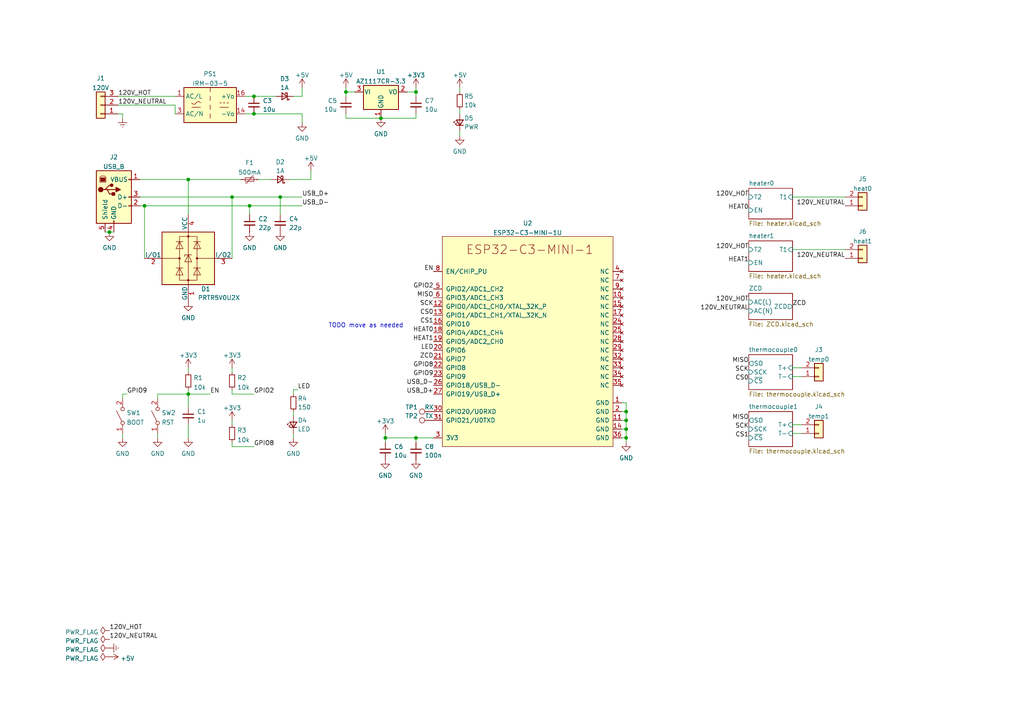
<source format=kicad_sch>
(kicad_sch (version 20211123) (generator eeschema)
  (paper "A4")
  (lib_symbols
    (symbol "Connector:TestPoint" (pin_numbers hide) (pin_names (offset 0.762) hide)
      (property "Reference" "TP" (at 0 6.858 0))
      (property "Value" "TestPoint" (at 0 5.08 0))
      (symbol "TestPoint_0_1"
        (circle (center 0 3.302) (radius 0.762))
      )
      (symbol "TestPoint_1_1"
        (pin passive line (at 0 0 90) (length 2.54) (name "1") (number "1"))
      )
    )
    (symbol "Connector:USB_B" (pin_names (offset 1.016))
      (property "Reference" "J" (at -5.08 11.43 0))
      (property "Value" "USB_B" (at -5.08 8.89 0))
      (symbol "USB_B_0_1"
        (rectangle (start -5.08 -7.62) (end 5.08 7.62) (stroke (width 0.254)) (fill (type background)))
        (circle (center -3.81 2.159) (radius 0.635) (stroke (width 0.254)) (fill (type outline)))
        (rectangle (start -3.81 5.588) (end -2.54 4.572) (fill (type outline)))
        (circle (center -0.635 3.429) (radius 0.381) (stroke (width 0.254)) (fill (type outline)))
        (rectangle (start -0.127 -7.62) (end 0.127 -6.858))
        (polyline (pts (xy -1.905 2.159) (xy 0.635 2.159)) (stroke (width 0.254)))
        (polyline (pts (xy -3.175 2.159) (xy -2.54 2.159) (xy -1.27 3.429) (xy -0.635 3.429)) (stroke (width 0.254)))
        (polyline (pts (xy -2.54 2.159) (xy -1.905 2.159) (xy -1.27 0.889) (xy 0 0.889)) (stroke (width 0.254)))
        (polyline (pts (xy 0.635 2.794) (xy 0.635 1.524) (xy 1.905 2.159) (xy 0.635 2.794)) (stroke (width 0.254)) (fill (type outline)))
        (polyline (pts (xy -4.064 4.318) (xy -2.286 4.318) (xy -2.286 5.715) (xy -2.667 6.096) (xy -3.683 6.096) (xy -4.064 5.715) (xy -4.064 4.318)))
        (rectangle (start 0.254 1.27) (end -0.508 0.508) (stroke (width 0.254)) (fill (type outline)))
        (rectangle (start 5.08 -2.667) (end 4.318 -2.413))
        (rectangle (start 5.08 -0.127) (end 4.318 0.127))
        (rectangle (start 5.08 4.953) (end 4.318 5.207))
      )
      (symbol "USB_B_1_1"
        (pin power_out line (at 7.62 5.08 180) (length 2.54) (name "VBUS") (number "1"))
        (pin bidirectional line (at 7.62 -2.54 180) (length 2.54) (name "D-") (number "2"))
        (pin bidirectional line (at 7.62 0 180) (length 2.54) (name "D+") (number "3"))
        (pin power_out line (at 0 -10.16 90) (length 2.54) (name "GND") (number "4"))
        (pin passive line (at -2.54 -10.16 90) (length 2.54) (name "Shield") (number "5"))
      )
    )
    (symbol "Connector_Generic:Conn_01x02" (pin_names (offset 1.016) hide)
      (property "Reference" "J" (at 0 2.54 0))
      (property "Value" "Conn_01x02" (at 0 -5.08 0))
      (symbol "Conn_01x02_1_1"
        (rectangle (start -1.27 -2.413) (end 0 -2.667) (stroke (width 0.1524)))
        (rectangle (start -1.27 0.127) (end 0 -0.127) (stroke (width 0.1524)))
        (rectangle (start -1.27 1.27) (end 1.27 -3.81) (stroke (width 0.254)) (fill (type background)))
        (pin passive line (at -5.08 0 0) (length 3.81) (name "Pin_1") (number "1"))
        (pin passive line (at -5.08 -2.54 0) (length 3.81) (name "Pin_2") (number "2"))
      )
    )
    (symbol "Connector_Generic:Conn_01x03" (pin_names (offset 1.016) hide)
      (property "Reference" "J" (at 0 5.08 0))
      (property "Value" "Conn_01x03" (at 0 -5.08 0))
      (symbol "Conn_01x03_1_1"
        (rectangle (start -1.27 -2.413) (end 0 -2.667) (stroke (width 0.1524)))
        (rectangle (start -1.27 0.127) (end 0 -0.127) (stroke (width 0.1524)))
        (rectangle (start -1.27 2.667) (end 0 2.413) (stroke (width 0.1524)))
        (rectangle (start -1.27 3.81) (end 1.27 -3.81) (stroke (width 0.254)) (fill (type background)))
        (pin passive line (at -5.08 2.54 0) (length 3.81) (name "Pin_1") (number "1"))
        (pin passive line (at -5.08 0 0) (length 3.81) (name "Pin_2") (number "2"))
        (pin passive line (at -5.08 -2.54 0) (length 3.81) (name "Pin_3") (number "3"))
      )
    )
    (symbol "Converter_ACDC:IRM-03-5"
      (property "Reference" "PS" (at 0 6.35 0))
      (property "Value" "IRM-03-5" (at 0 -6.35 0))
      (symbol "IRM-03-5_0_1"
        (rectangle (start -7.62 5.08) (end 7.62 -5.08) (stroke (width 0.254)) (fill (type background)))
        (arc (start -5.334 0.635) (mid -4.699 0.2495) (end -4.064 0.635))
        (arc (start -2.794 0.635) (mid -3.429 1.0072) (end -4.064 0.635))
        (polyline (pts (xy -5.334 -0.635) (xy -2.794 -0.635)))
        (polyline (pts (xy 0 -2.54) (xy 0 -3.81)))
        (polyline (pts (xy 0 0) (xy 0 -1.27)))
        (polyline (pts (xy 0 2.54) (xy 0 1.27)))
        (polyline (pts (xy 0 5.08) (xy 0 3.81)))
        (polyline (pts (xy 2.794 -0.635) (xy 5.334 -0.635)))
        (polyline (pts (xy 2.794 0.635) (xy 3.302 0.635)))
        (polyline (pts (xy 3.81 0.635) (xy 4.318 0.635)))
        (polyline (pts (xy 4.826 0.635) (xy 5.334 0.635)))
      )
      (symbol "IRM-03-5_1_1"
        (pin power_in line (at -10.16 2.54 0) (length 2.54) (name "AC/L") (number "1"))
        (pin power_out line (at 10.16 -2.54 180) (length 2.54) (name "-Vo") (number "14"))
        (pin power_out line (at 10.16 2.54 180) (length 2.54) (name "+Vo") (number "16"))
        (pin power_in line (at -10.16 -2.54 0) (length 2.54) (name "AC/N") (number "3"))
        (pin no_connect line (at -7.62 0 0) (length 2.54) hide (name "NC") (number "5"))
      )
    )
    (symbol "Device:C_Small" (pin_numbers hide) (pin_names (offset 0.254) hide)
      (property "Reference" "C" (at 0.254 1.778 0))
      (property "Value" "C_Small" (at 0.254 -2.032 0))
      (symbol "C_Small_0_1"
        (polyline (pts (xy -1.524 -0.508) (xy 1.524 -0.508)) (stroke (width 0.3302)))
        (polyline (pts (xy -1.524 0.508) (xy 1.524 0.508)) (stroke (width 0.3048)))
      )
      (symbol "C_Small_1_1"
        (pin passive line (at 0 2.54 270) (length 2.032) (name "~") (number "1"))
        (pin passive line (at 0 -2.54 90) (length 2.032) (name "~") (number "2"))
      )
    )
    (symbol "Device:D_Schottky_Small" (pin_numbers hide) (pin_names (offset 0.254) hide)
      (property "Reference" "D" (at -1.27 2.032 0))
      (property "Value" "D_Schottky_Small" (at -7.112 -2.032 0))
      (symbol "D_Schottky_Small_0_1"
        (polyline (pts (xy -0.762 0) (xy 0.762 0)))
        (polyline (pts (xy 0.762 -1.016) (xy -0.762 0) (xy 0.762 1.016) (xy 0.762 -1.016)) (stroke (width 0.254)))
        (polyline (pts (xy -1.27 0.762) (xy -1.27 1.016) (xy -0.762 1.016) (xy -0.762 -1.016) (xy -0.254 -1.016) (xy -0.254 -0.762)) (stroke (width 0.254)))
      )
      (symbol "D_Schottky_Small_1_1"
        (pin passive line (at -2.54 0 0) (length 1.778) (name "K") (number "1"))
        (pin passive line (at 2.54 0 180) (length 1.778) (name "A") (number "2"))
      )
    )
    (symbol "Device:LED_Small" (pin_numbers hide) (pin_names (offset 0.254) hide)
      (property "Reference" "D" (at -1.27 3.175 0))
      (property "Value" "LED_Small" (at -4.445 -2.54 0))
      (symbol "LED_Small_0_1"
        (polyline (pts (xy -0.762 -1.016) (xy -0.762 1.016)) (stroke (width 0.254)))
        (polyline (pts (xy 1.016 0) (xy -0.762 0)))
        (polyline (pts (xy 0.762 -1.016) (xy -0.762 0) (xy 0.762 1.016) (xy 0.762 -1.016)) (stroke (width 0.254)))
        (polyline (pts (xy 0 0.762) (xy -0.508 1.27) (xy -0.254 1.27) (xy -0.508 1.27) (xy -0.508 1.016)))
        (polyline (pts (xy 0.508 1.27) (xy 0 1.778) (xy 0.254 1.778) (xy 0 1.778) (xy 0 1.524)))
      )
      (symbol "LED_Small_1_1"
        (pin passive line (at -2.54 0 0) (length 1.778) (name "K") (number "1"))
        (pin passive line (at 2.54 0 180) (length 1.778) (name "A") (number "2"))
      )
    )
    (symbol "Device:Polyfuse_Small" (pin_numbers hide) (pin_names (offset 0))
      (property "Reference" "F" (at -1.905 0 90))
      (property "Value" "Polyfuse_Small" (at 1.905 0 90))
      (symbol "Polyfuse_Small_0_1"
        (rectangle (start -0.508 1.27) (end 0.508 -1.27))
        (polyline (pts (xy 0 2.54) (xy 0 -2.54)))
        (polyline (pts (xy -1.016 1.27) (xy -1.016 0.762) (xy 1.016 -0.762) (xy 1.016 -1.27)))
      )
      (symbol "Polyfuse_Small_1_1"
        (pin passive line (at 0 2.54 270) (length 0.635) (name "~") (number "1"))
        (pin passive line (at 0 -2.54 90) (length 0.635) (name "~") (number "2"))
      )
    )
    (symbol "Device:R_Small" (pin_numbers hide) (pin_names (offset 0.254) hide)
      (property "Reference" "R" (at 0.762 0.508 0))
      (property "Value" "R_Small" (at 0.762 -1.016 0))
      (symbol "R_Small_0_1"
        (rectangle (start -0.762 1.778) (end 0.762 -1.778) (stroke (width 0.2032)))
      )
      (symbol "R_Small_1_1"
        (pin passive line (at 0 2.54 270) (length 0.762) (name "~") (number "1"))
        (pin passive line (at 0 -2.54 90) (length 0.762) (name "~") (number "2"))
      )
    )
    (symbol "Espressif:ESP32-C3-MINI-1" (pin_names (offset 1.016))
      (property "Reference" "U" (at 0 33.02 0))
      (property "Value" "ESP32-C3-MINI-1" (at 0 -30.48 0))
      (symbol "ESP32-C3-MINI-1_0_0"
        (text "ESP32-C3-MINI-1" (at 1.27 27.94 0) (effects (font (size 2.54 2.54))))
      )
      (symbol "ESP32-C3-MINI-1_0_1"
        (rectangle (start -24.13 31.75) (end 25.4 -29.21) (fill (type background)))
      )
      (symbol "ESP32-C3-MINI-1_1_1"
        (pin power_in line (at 27.94 -16.51 180) (length 2.54) (name "GND") (number "1"))
        (pin no_connect line (at 27.94 13.97 180) (length 2.54) (name "NC") (number "10"))
        (pin power_in line (at 27.94 -21.59 180) (length 2.54) (name "GND") (number "11"))
        (pin bidirectional line (at -26.67 11.43 0) (length 2.54) (name "GPIO0/ADC1_CH0/XTAL_32K_P") (number "12"))
        (pin bidirectional line (at -26.67 8.89 0) (length 2.54) (name "GPIO1/ADC1_CH1/XTAL_32K_N") (number "13"))
        (pin power_in line (at 27.94 -24.13 180) (length 2.54) (name "GND") (number "14"))
        (pin no_connect line (at 27.94 11.43 180) (length 2.54) (name "NC") (number "15"))
        (pin bidirectional line (at -26.67 6.35 0) (length 2.54) (name "GPIO10") (number "16"))
        (pin no_connect line (at 27.94 8.89 180) (length 2.54) (name "NC") (number "17"))
        (pin bidirectional line (at -26.67 3.81 0) (length 2.54) (name "GPIO4/ADC1_CH4") (number "18"))
        (pin bidirectional line (at -26.67 1.27 0) (length 2.54) (name "GPIO5/ADC2_CH0") (number "19"))
        (pin power_in line (at 27.94 -19.05 180) (length 2.54) (name "GND") (number "2"))
        (pin bidirectional line (at -26.67 -1.27 0) (length 2.54) (name "GPIO6") (number "20"))
        (pin bidirectional line (at -26.67 -3.81 0) (length 2.54) (name "GPIO7") (number "21"))
        (pin bidirectional line (at -26.67 -6.35 0) (length 2.54) (name "GPIO8") (number "22"))
        (pin bidirectional line (at -26.67 -8.89 0) (length 2.54) (name "GPIO9") (number "23"))
        (pin no_connect line (at 27.94 6.35 180) (length 2.54) (name "NC") (number "24"))
        (pin no_connect line (at 27.94 3.81 180) (length 2.54) (name "NC") (number "25"))
        (pin bidirectional line (at -26.67 -11.43 0) (length 2.54) (name "GPIO18/USB_D-") (number "26"))
        (pin bidirectional line (at -26.67 -13.97 0) (length 2.54) (name "GPIO19/USB_D+") (number "27"))
        (pin no_connect line (at 27.94 1.27 180) (length 2.54) (name "NC") (number "28"))
        (pin no_connect line (at 27.94 -1.27 180) (length 2.54) (name "NC") (number "29"))
        (pin power_in line (at -26.67 -26.67 0) (length 2.54) (name "3V3") (number "3"))
        (pin bidirectional line (at -26.67 -19.05 0) (length 2.54) (name "GPIO20/U0RXD") (number "30"))
        (pin bidirectional line (at -26.67 -21.59 0) (length 2.54) (name "GPIO21/U0TXD") (number "31"))
        (pin no_connect line (at 27.94 -3.81 180) (length 2.54) (name "NC") (number "32"))
        (pin no_connect line (at 27.94 -6.35 180) (length 2.54) (name "NC") (number "33"))
        (pin no_connect line (at 27.94 -8.89 180) (length 2.54) (name "NC") (number "34"))
        (pin no_connect line (at 27.94 -11.43 180) (length 2.54) (name "NC") (number "35"))
        (pin power_in line (at 27.94 -26.67 180) (length 2.54) (name "GND") (number "36"))
        (pin no_connect line (at 27.94 21.59 180) (length 2.54) (name "NC") (number "4"))
        (pin bidirectional line (at -26.67 16.51 0) (length 2.54) (name "GPIO2/ADC1_CH2") (number "5"))
        (pin bidirectional line (at -26.67 13.97 0) (length 2.54) (name "GPIO3/ADC1_CH3") (number "6"))
        (pin no_connect line (at 27.94 19.05 180) (length 2.54) (name "NC") (number "7"))
        (pin input line (at -26.67 21.59 0) (length 2.54) (name "EN/CHIP_PU") (number "8"))
        (pin no_connect line (at 27.94 16.51 180) (length 2.54) (name "NC") (number "9"))
      )
    )
    (symbol "Power_Protection:PRTR5V0U2X" (pin_names (offset 0))
      (property "Reference" "D" (at 2.794 8.636 0))
      (property "Value" "PRTR5V0U2X" (at 8.128 -9.398 0))
      (symbol "PRTR5V0U2X_0_1"
        (rectangle (start -7.62 -7.62) (end 7.62 7.62) (stroke (width 0.254)) (fill (type background)))
        (circle (center -2.54 0) (radius 0.254) (fill (type outline)))
        (rectangle (start -2.54 6.35) (end 2.54 -6.35))
        (circle (center 0 -6.35) (radius 0.254) (fill (type outline)))
        (polyline (pts (xy -2.54 0) (xy -7.62 0)))
        (polyline (pts (xy -1.524 -2.794) (xy -3.556 -2.794)))
        (polyline (pts (xy -1.524 4.826) (xy -3.556 4.826)))
        (polyline (pts (xy 0 -7.62) (xy 0 7.62)))
        (polyline (pts (xy 1.524 -2.794) (xy 3.556 -2.794)))
        (polyline (pts (xy 1.524 4.826) (xy 3.556 4.826)))
        (polyline (pts (xy 2.54 0) (xy 7.62 0)))
        (polyline (pts (xy 1.016 1.016) (xy -1.016 1.016) (xy -1.016 0.508)))
        (polyline (pts (xy -3.556 -4.826) (xy -1.524 -4.826) (xy -2.54 -2.794) (xy -3.556 -4.826)))
        (polyline (pts (xy -3.556 2.794) (xy -1.524 2.794) (xy -2.54 4.826) (xy -3.556 2.794)))
        (polyline (pts (xy -1.016 -1.016) (xy 1.016 -1.016) (xy 0 1.016) (xy -1.016 -1.016)))
        (polyline (pts (xy 3.556 -4.826) (xy 1.524 -4.826) (xy 2.54 -2.794) (xy 3.556 -4.826)))
        (polyline (pts (xy 3.556 2.794) (xy 1.524 2.794) (xy 2.54 4.826) (xy 3.556 2.794)))
        (circle (center 0 6.35) (radius 0.254) (fill (type outline)))
        (circle (center 2.54 0) (radius 0.254) (fill (type outline)))
      )
      (symbol "PRTR5V0U2X_1_1"
        (pin passive line (at 0 -12.7 90) (length 5.08) (name "GND") (number "1"))
        (pin passive line (at -12.7 0 0) (length 5.08) (name "I/O1") (number "2"))
        (pin passive line (at 12.7 0 180) (length 5.08) (name "I/O2") (number "3"))
        (pin passive line (at 0 12.7 270) (length 5.08) (name "VCC") (number "4"))
      )
    )
    (symbol "Regulator_Linear:AZ1117-3.3" (pin_names (offset 0.254))
      (property "Reference" "U" (at -3.81 3.175 0))
      (property "Value" "AZ1117-3.3" (at 0 3.175 0))
      (symbol "AZ1117-3.3_0_1"
        (rectangle (start -5.08 1.905) (end 5.08 -5.08) (stroke (width 0.254)) (fill (type background)))
      )
      (symbol "AZ1117-3.3_1_1"
        (pin power_in line (at 0 -7.62 90) (length 2.54) (name "GND") (number "1"))
        (pin power_out line (at 7.62 0 180) (length 2.54) (name "VO") (number "2"))
        (pin power_in line (at -7.62 0 0) (length 2.54) (name "VI") (number "3"))
      )
    )
    (symbol "Switch:SW_SPST" (pin_names (offset 0) hide)
      (property "Reference" "SW" (at 0 3.175 0))
      (property "Value" "SW_SPST" (at 0 -2.54 0))
      (symbol "SW_SPST_0_0"
        (circle (center -2.032 0) (radius 0.508))
        (polyline (pts (xy -1.524 0.254) (xy 1.524 1.778)))
        (circle (center 2.032 0) (radius 0.508))
      )
      (symbol "SW_SPST_1_1"
        (pin passive line (at -5.08 0 0) (length 2.54) (name "A") (number "1"))
        (pin passive line (at 5.08 0 180) (length 2.54) (name "B") (number "2"))
      )
    )
    (symbol "power:+3V3" (power) (pin_names (offset 0))
      (property "Value" "+3V3" (at 0 3.556 0))
      (symbol "+3V3_0_1"
        (polyline (pts (xy -0.762 1.27) (xy 0 2.54)))
        (polyline (pts (xy 0 0) (xy 0 2.54)))
        (polyline (pts (xy 0 2.54) (xy 0.762 1.27)))
      )
      (symbol "+3V3_1_1"
        (pin power_in line (at 0 0 90) (length 0) hide (name "+3V3") (number "1"))
      )
    )
    (symbol "power:+5V" (power) (pin_names (offset 0))
      (property "Value" "+5V" (at 0 3.556 0))
      (symbol "+5V_0_1"
        (polyline (pts (xy -0.762 1.27) (xy 0 2.54)))
        (polyline (pts (xy 0 0) (xy 0 2.54)))
        (polyline (pts (xy 0 2.54) (xy 0.762 1.27)))
      )
      (symbol "+5V_1_1"
        (pin power_in line (at 0 0 90) (length 0) hide (name "+5V") (number "1"))
      )
    )
    (symbol "power:Earth" (power) (pin_names (offset 0))
      (symbol "Earth_0_1"
        (polyline (pts (xy -0.635 -1.905) (xy 0.635 -1.905)))
        (polyline (pts (xy -0.127 -2.54) (xy 0.127 -2.54)))
        (polyline (pts (xy 0 -1.27) (xy 0 0)))
        (polyline (pts (xy 1.27 -1.27) (xy -1.27 -1.27)))
      )
      (symbol "Earth_1_1"
        (pin power_in line (at 0 0 270) (length 0) hide (name "Earth") (number "1"))
      )
    )
    (symbol "power:GND" (power) (pin_names (offset 0))
      (property "Value" "GND" (at 0 -3.81 0))
      (symbol "GND_0_1"
        (polyline (pts (xy 0 0) (xy 0 -1.27) (xy 1.27 -1.27) (xy 0 -2.54) (xy -1.27 -1.27) (xy 0 -1.27)))
      )
      (symbol "GND_1_1"
        (pin power_in line (at 0 0 270) (length 0) hide (name "GND") (number "1"))
      )
    )
    (symbol "power:PWR_FLAG" (power) (pin_numbers hide) (pin_names (offset 0) hide)
      (property "Value" "PWR_FLAG" (at 0 3.81 0))
      (symbol "PWR_FLAG_0_0"
        (pin power_out line (at 0 0 90) (length 0) (name "pwr") (number "1"))
      )
      (symbol "PWR_FLAG_0_1"
        (polyline (pts (xy 0 0) (xy 0 1.27) (xy -1.016 1.905) (xy 0 2.54) (xy 1.016 1.905) (xy 0 1.27)))
      )
    )
  )
  (junction (at 120.65 26.67))
  (junction (at 181.61 124.46))
  (junction (at 31.75 67.31))
  (junction (at 110.49 34.29))
  (junction (at 111.76 127))
  (junction (at 120.65 127))
  (junction (at 100.33 26.67))
  (junction (at 73.66 33.02))
  (junction (at 41.91 59.69))
  (junction (at 181.61 121.92))
  (junction (at 181.61 127))
  (junction (at 67.31 57.15))
  (junction (at 72.39 59.69))
  (junction (at 81.28 57.15))
  (junction (at 73.66 27.94))
  (junction (at 54.61 114.3))
  (junction (at 181.61 119.38))
  (junction (at 54.61 52.07))
  (wire (pts (xy 54.61 52.07) (xy 54.61 62.23)))
  (wire (pts (xy 35.56 114.3) (xy 36.83 114.3)))
  (wire (pts (xy 232.41 123.19) (xy 229.87 123.19)))
  (wire (pts (xy 181.61 116.84) (xy 181.61 119.38)))
  (wire (pts (xy 34.29 27.94) (xy 50.8 27.94)))
  (wire (pts (xy 87.63 27.94) (xy 87.63 25.4)))
  (wire (pts (xy 120.65 26.67) (xy 120.65 25.4)))
  (wire (pts (xy 181.61 124.46) (xy 181.61 127)))
  (wire (pts (xy 35.56 33.02) (xy 35.56 34.29)))
  (wire (pts (xy 232.41 106.68) (xy 229.87 106.68)))
  (wire (pts (xy 87.63 33.02) (xy 87.63 35.56)))
  (wire (pts (xy 67.31 121.92) (xy 67.31 123.19)))
  (wire (pts (xy 74.93 52.07) (xy 78.74 52.07)))
  (wire (pts (xy 133.35 25.4) (xy 133.35 26.67)))
  (wire (pts (xy 73.66 114.3) (xy 67.31 114.3)))
  (wire (pts (xy 73.66 33.02) (xy 87.63 33.02)))
  (wire (pts (xy 120.65 26.67) (xy 120.65 27.94)))
  (wire (pts (xy 85.09 114.3) (xy 85.09 113.03)))
  (wire (pts (xy 180.34 116.84) (xy 181.61 116.84)))
  (wire (pts (xy 229.87 72.39) (xy 245.11 72.39)))
  (wire (pts (xy 50.8 30.48) (xy 50.8 33.02)))
  (wire (pts (xy 31.75 67.31) (xy 33.02 67.31)))
  (wire (pts (xy 100.33 26.67) (xy 102.87 26.67)))
  (wire (pts (xy 232.41 125.73) (xy 229.87 125.73)))
  (wire (pts (xy 100.33 26.67) (xy 100.33 27.94)))
  (wire (pts (xy 60.96 114.3) (xy 54.61 114.3)))
  (wire (pts (xy 181.61 121.92) (xy 181.61 124.46)))
  (wire (pts (xy 54.61 52.07) (xy 69.85 52.07)))
  (wire (pts (xy 54.61 106.68) (xy 54.61 107.95)))
  (wire (pts (xy 35.56 125.73) (xy 35.56 127)))
  (wire (pts (xy 100.33 34.29) (xy 110.49 34.29)))
  (wire (pts (xy 120.65 127) (xy 111.76 127)))
  (wire (pts (xy 40.64 59.69) (xy 41.91 59.69)))
  (wire (pts (xy 54.61 114.3) (xy 54.61 118.11)))
  (wire (pts (xy 180.34 121.92) (xy 181.61 121.92)))
  (wire (pts (xy 41.91 59.69) (xy 72.39 59.69)))
  (wire (pts (xy 120.65 127) (xy 120.65 128.27)))
  (wire (pts (xy 30.48 67.31) (xy 31.75 67.31)))
  (wire (pts (xy 181.61 119.38) (xy 181.61 121.92)))
  (wire (pts (xy 45.72 125.73) (xy 45.72 127)))
  (wire (pts (xy 45.72 114.3) (xy 54.61 114.3)))
  (wire (pts (xy 40.64 57.15) (xy 67.31 57.15)))
  (wire (pts (xy 181.61 127) (xy 181.61 128.27)))
  (wire (pts (xy 72.39 59.69) (xy 72.39 62.23)))
  (wire (pts (xy 85.09 113.03) (xy 86.36 113.03)))
  (wire (pts (xy 85.09 125.73) (xy 85.09 127)))
  (wire (pts (xy 45.72 115.57) (xy 45.72 114.3)))
  (wire (pts (xy 125.73 127) (xy 120.65 127)))
  (wire (pts (xy 100.33 33.02) (xy 100.33 34.29)))
  (wire (pts (xy 133.35 38.1) (xy 133.35 39.37)))
  (wire (pts (xy 54.61 123.19) (xy 54.61 127)))
  (wire (pts (xy 232.41 109.22) (xy 229.87 109.22)))
  (wire (pts (xy 73.66 129.54) (xy 67.31 129.54)))
  (wire (pts (xy 110.49 34.29) (xy 120.65 34.29)))
  (wire (pts (xy 67.31 57.15) (xy 81.28 57.15)))
  (wire (pts (xy 118.11 26.67) (xy 120.65 26.67)))
  (wire (pts (xy 40.64 52.07) (xy 54.61 52.07)))
  (wire (pts (xy 229.87 57.15) (xy 245.11 57.15)))
  (wire (pts (xy 41.91 59.69) (xy 41.91 74.93)))
  (wire (pts (xy 67.31 106.68) (xy 67.31 107.95)))
  (wire (pts (xy 180.34 119.38) (xy 181.61 119.38)))
  (wire (pts (xy 120.65 34.29) (xy 120.65 33.02)))
  (wire (pts (xy 34.29 30.48) (xy 50.8 30.48)))
  (wire (pts (xy 100.33 25.4) (xy 100.33 26.67)))
  (wire (pts (xy 180.34 127) (xy 181.61 127)))
  (wire (pts (xy 111.76 125.73) (xy 111.76 127)))
  (wire (pts (xy 111.76 127) (xy 111.76 128.27)))
  (wire (pts (xy 35.56 115.57) (xy 35.56 114.3)))
  (wire (pts (xy 67.31 57.15) (xy 67.31 74.93)))
  (wire (pts (xy 81.28 57.15) (xy 87.63 57.15)))
  (wire (pts (xy 67.31 114.3) (xy 67.31 113.03)))
  (wire (pts (xy 54.61 114.3) (xy 54.61 113.03)))
  (wire (pts (xy 83.82 52.07) (xy 90.17 52.07)))
  (wire (pts (xy 81.28 57.15) (xy 81.28 62.23)))
  (wire (pts (xy 73.66 27.94) (xy 80.01 27.94)))
  (wire (pts (xy 72.39 59.69) (xy 87.63 59.69)))
  (wire (pts (xy 34.29 33.02) (xy 35.56 33.02)))
  (wire (pts (xy 180.34 124.46) (xy 181.61 124.46)))
  (wire (pts (xy 133.35 31.75) (xy 133.35 33.02)))
  (wire (pts (xy 71.12 27.94) (xy 73.66 27.94)))
  (wire (pts (xy 85.09 119.38) (xy 85.09 120.65)))
  (wire (pts (xy 71.12 33.02) (xy 73.66 33.02)))
  (wire (pts (xy 85.09 27.94) (xy 87.63 27.94)))
  (wire (pts (xy 67.31 129.54) (xy 67.31 128.27)))
  (wire (pts (xy 90.17 52.07) (xy 90.17 49.53)))
  (text "TODO move as needed" (at 95.25 95.25 0) (effects (font (size 1.27 1.27)) (justify left bottom)))
  (label "120V_HOT" (at 217.17 87.63 180))
  (label "120V_HOT" (at 217.17 57.15 180))
  (label "120V_HOT" (at 217.17 72.39 180))
  (label "EN" (at 60.96 114.3 0))
  (label "USB_D+" (at 87.63 57.15 0))
  (label "GPIO2" (at 125.73 83.82 180))
  (label "120V_NEUTRAL" (at 245.11 74.93 180))
  (label "HEAT1" (at 125.73 99.06 180))
  (label "120V_NEUTRAL" (at 31.75 185.42 0))
  (label "MISO" (at 125.73 86.36 180))
  (label "120V_NEUTRAL" (at 217.17 90.17 180))
  (label "CS0" (at 125.73 91.44 180))
  (label "GPIO2" (at 73.66 114.3 0))
  (label "SCK" (at 217.17 107.95 180))
  (label "MISO" (at 217.17 121.92 180))
  (label "CS0" (at 217.17 110.49 180))
  (label "120V_NEUTRAL" (at 34.29 30.48 0))
  (label "USB_D-" (at 125.73 111.76 180))
  (label "GPIO9" (at 125.73 109.22 180))
  (label "HEAT0" (at 125.73 96.52 180))
  (label "120V_HOT" (at 34.29 27.94 0))
  (label "LED" (at 86.36 113.03 0))
  (label "120V_NEUTRAL" (at 245.11 59.69 180))
  (label "ZCD" (at 125.73 104.14 180))
  (label "LED" (at 125.73 101.6 180))
  (label "GPIO8" (at 73.66 129.54 0))
  (label "EN" (at 125.73 78.74 180))
  (label "CS1" (at 217.17 127 180))
  (label "ZCD" (at 229.87 88.9 0))
  (label "HEAT0" (at 217.17 60.96 180))
  (label "HEAT1" (at 217.17 76.2 180))
  (label "SCK" (at 217.17 124.46 180))
  (label "USB_D-" (at 87.63 59.69 0))
  (label "CS1" (at 125.73 93.98 180))
  (label "120V_HOT" (at 31.75 182.88 0))
  (label "SCK" (at 125.73 88.9 180))
  (label "MISO" (at 217.17 105.41 180))
  (label "USB_D+" (at 125.73 114.3 180))
  (label "GPIO9" (at 36.83 114.3 0))
  (label "GPIO8" (at 125.73 106.68 180))
  (symbol (lib_id "Device:R_Small") (at 133.35 29.21 0) (unit 1)
    (property "Reference" "R5" (at 134.62 27.94 0) (effects (justify left)))
    (property "Value" "10k" (at 134.62 30.48 0) (effects (justify left)))
    (property "Footprint" "Resistor_SMD:R_0603_1608Metric" (effects hide))
  )
  (symbol (lib_id "power:PWR_FLAG") (at 31.75 190.5 90) (unit 1)
    (property "Reference" "#FLG0104" (effects hide))
    (property "Value" "PWR_FLAG" (at 28.5751 190.979 90) (effects (justify left)))
  )
  (symbol (lib_id "power:GND") (at 45.72 127 0) (unit 1)
    (property "Reference" "#PWR04" (effects hide))
    (property "Value" "GND" (at 45.72 131.5625 0))
  )
  (symbol (lib_id "power:GND") (at 81.28 67.31 0) (unit 1)
    (property "Reference" "#PWR011" (effects hide))
    (property "Value" "GND" (at 81.28 71.8725 0))
  )
  (symbol (lib_id "Connector:TestPoint") (at 125.73 119.38 90) (unit 1)
    (property "Reference" "TP1" (at 119.38 118.11 90))
    (property "Value" "RX" (at 124.46 118.11 90))
    (property "Footprint" "TestPoint:TestPoint_Plated_Hole_D2.0mm" (effects hide))
  )
  (symbol (lib_id "power:GND") (at 72.39 67.31 0) (unit 1)
    (property "Reference" "#PWR010" (effects hide))
    (property "Value" "GND" (at 72.39 71.8725 0))
  )
  (symbol (lib_id "Device:C_Small") (at 120.65 130.81 0) (unit 1)
    (property "Reference" "C8" (at 123.19 129.54 0) (effects (justify left)))
    (property "Value" "100n" (at 123.19 132.08 0) (effects (justify left)))
    (property "Footprint" "Capacitor_SMD:C_0603_1608Metric" (effects hide))
  )
  (symbol (lib_id "Connector_Generic:Conn_01x02") (at 250.19 74.93 0) (mirror x) (unit 1)
    (property "Reference" "J6" (at 250.19 67.1535 0))
    (property "Value" "heat1" (at 250.19 69.9286 0))
    (property "Footprint" "extraparts:Molex_MicroFit+_RH_1row_2pin" (effects hide))
  )
  (symbol (lib_id "power:+5V") (at 100.33 25.4 0) (unit 1)
    (property "Reference" "#PWR016" (effects hide))
    (property "Value" "+5V" (at 100.33 21.7955 0))
  )
  (symbol (lib_id "power:GND") (at 31.75 67.31 0) (unit 1)
    (property "Reference" "#PWR01" (effects hide))
    (property "Value" "GND" (at 31.75 71.8725 0))
  )
  (symbol (lib_id "power:GND") (at 181.61 128.27 0) (unit 1)
    (property "Reference" "#PWR024" (effects hide))
    (property "Value" "GND" (at 181.61 132.8325 0))
  )
  (symbol (lib_id "Espressif:ESP32-C3-MINI-1") (at 152.4 100.33 0) (unit 1)
    (property "Reference" "U2" (at 153.035 64.7405 0))
    (property "Value" "ESP32-C3-MINI-1U" (at 153.035 67.5156 0))
    (property "Footprint" "Espressif:ESP32-C3-MINI-1U" (effects hide))
    (property "Datasheet" "https://www.espressif.com/sites/default/files/documentation/esp32-c3-mini-1_datasheet_en.pdf" (effects hide))
  )
  (symbol (lib_id "power:GND") (at 110.49 34.29 0) (unit 1)
    (property "Reference" "#PWR017" (effects hide))
    (property "Value" "GND" (at 110.49 38.8525 0))
  )
  (symbol (lib_id "Device:D_Schottky_Small") (at 82.55 27.94 180) (unit 1)
    (property "Reference" "D3" (at 82.55 22.86 0))
    (property "Value" "1A" (at 82.55 25.4 0))
    (property "Footprint" "Diode_SMD:D_SOD-123F" (effects hide))
  )
  (symbol (lib_id "Device:C_Small") (at 100.33 30.48 0) (mirror y) (unit 1)
    (property "Reference" "C5" (at 97.79 29.21 0) (effects (justify left)))
    (property "Value" "10u" (at 97.79 31.75 0) (effects (justify left)))
    (property "Footprint" "Capacitor_SMD:C_0805_2012Metric" (effects hide))
  )
  (symbol (lib_id "power:PWR_FLAG") (at 31.75 182.88 90) (unit 1)
    (property "Reference" "#FLG0101" (effects hide))
    (property "Value" "PWR_FLAG" (at 28.5751 183.359 90) (effects (justify left)))
  )
  (symbol (lib_id "power:+5V") (at 90.17 49.53 0) (unit 1)
    (property "Reference" "#PWR015" (effects hide))
    (property "Value" "+5V" (at 90.17 45.9255 0))
  )
  (symbol (lib_id "Device:C_Small") (at 81.28 64.77 0) (unit 1)
    (property "Reference" "C4" (at 83.82 63.5 0) (effects (justify left)))
    (property "Value" "22p" (at 83.82 66.04 0) (effects (justify left)))
    (property "Footprint" "Capacitor_SMD:C_0603_1608Metric" (effects hide))
  )
  (symbol (lib_id "Device:LED_Small") (at 85.09 123.19 90) (unit 1)
    (property "Reference" "D4" (at 86.36 121.92 90) (effects (justify right)))
    (property "Value" "LED" (at 86.36 124.46 90) (effects (justify right)))
    (property "Footprint" "LED_SMD:LED_0603_1608Metric" (effects hide))
  )
  (symbol (lib_id "Connector_Generic:Conn_01x02") (at 250.19 59.69 0) (mirror x) (unit 1)
    (property "Reference" "J5" (at 250.19 51.9135 0))
    (property "Value" "heat0" (at 250.19 54.6886 0))
    (property "Footprint" "extraparts:Molex_MicroFit+_RH_1row_2pin" (effects hide))
  )
  (symbol (lib_id "power:GND") (at 85.09 127 0) (unit 1)
    (property "Reference" "#PWR012" (effects hide))
    (property "Value" "GND" (at 85.09 131.5625 0))
  )
  (symbol (lib_id "power:Earth") (at 35.56 34.29 0) (unit 1)
    (property "Reference" "#PWR02" (effects hide))
    (property "Value" "Earth" (effects hide))
  )
  (symbol (lib_id "power:GND") (at 54.61 127 0) (unit 1)
    (property "Reference" "#PWR07" (effects hide))
    (property "Value" "GND" (at 54.61 131.5625 0))
  )
  (symbol (lib_id "power:GND") (at 111.76 133.35 0) (unit 1)
    (property "Reference" "#PWR019" (effects hide))
    (property "Value" "GND" (at 111.76 137.9125 0))
  )
  (symbol (lib_id "Converter_ACDC:IRM-03-5") (at 60.96 30.48 0) (unit 1)
    (property "Reference" "PS1" (at 60.96 21.4335 0))
    (property "Value" "IRM-03-5" (at 60.96 24.2086 0))
    (property "Footprint" "Converter_ACDC:Converter_ACDC_MeanWell_IRM-03-xx_THT" (effects hide))
    (property "Datasheet" "https://www.meanwell.com/Upload/PDF/IRM-03/IRM-03-SPEC.PDF" (effects hide))
  )
  (symbol (lib_id "Power_Protection:PRTR5V0U2X") (at 54.61 74.93 0) (unit 1)
    (property "Reference" "D1" (at 59.69 83.82 0))
    (property "Value" "PRTR5V0U2X" (at 63.5 86.36 0))
    (property "Footprint" "Package_TO_SOT_SMD:SOT-143" (effects hide))
    (property "Datasheet" "https://assets.nexperia.com/documents/data-sheet/PRTR5V0U2X.pdf" (effects hide))
  )
  (symbol (lib_id "power:GND") (at 35.56 127 0) (unit 1)
    (property "Reference" "#PWR03" (effects hide))
    (property "Value" "GND" (at 35.56 131.5625 0))
  )
  (symbol (lib_id "Device:C_Small") (at 54.61 120.65 0) (unit 1)
    (property "Reference" "C1" (at 57.15 119.38 0) (effects (justify left)))
    (property "Value" "1u" (at 57.15 121.92 0) (effects (justify left)))
    (property "Footprint" "Capacitor_SMD:C_0603_1608Metric" (effects hide))
  )
  (symbol (lib_id "Device:R_Small") (at 85.09 116.84 0) (unit 1)
    (property "Reference" "R4" (at 86.36 115.57 0) (effects (justify left)))
    (property "Value" "150" (at 86.36 118.11 0) (effects (justify left)))
    (property "Footprint" "Resistor_SMD:R_0603_1608Metric" (effects hide))
  )
  (symbol (lib_id "power:+5V") (at 87.63 25.4 0) (unit 1)
    (property "Reference" "#PWR013" (effects hide))
    (property "Value" "+5V" (at 87.63 21.7955 0))
  )
  (symbol (lib_id "Device:C_Small") (at 120.65 30.48 0) (unit 1)
    (property "Reference" "C7" (at 123.19 29.21 0) (effects (justify left)))
    (property "Value" "10u" (at 123.19 31.75 0) (effects (justify left)))
    (property "Footprint" "Capacitor_SMD:C_0805_2012Metric" (effects hide))
  )
  (symbol (lib_id "Connector_Generic:Conn_01x03") (at 29.21 30.48 180) (unit 1)
    (property "Reference" "J1" (at 29.21 22.7035 0))
    (property "Value" "120V" (at 29.21 25.4786 0))
    (property "Footprint" "extraparts:Molex_MicroFit+_RH_1row_3pin" (effects hide))
  )
  (symbol (lib_id "power:+3V3") (at 67.31 106.68 0) (unit 1)
    (property "Reference" "#PWR08" (effects hide))
    (property "Value" "+3V3" (at 67.31 103.0755 0))
  )
  (symbol (lib_id "power:PWR_FLAG") (at 31.75 185.42 90) (unit 1)
    (property "Reference" "#FLG0102" (effects hide))
    (property "Value" "PWR_FLAG" (at 28.5751 185.899 90) (effects (justify left)))
  )
  (symbol (lib_id "power:GND") (at 54.61 87.63 0) (unit 1)
    (property "Reference" "#PWR05" (effects hide))
    (property "Value" "GND" (at 54.61 92.1925 0))
  )
  (symbol (lib_id "Device:C_Small") (at 111.76 130.81 0) (unit 1)
    (property "Reference" "C6" (at 114.3 129.54 0) (effects (justify left)))
    (property "Value" "10u" (at 114.3 132.08 0) (effects (justify left)))
    (property "Footprint" "Capacitor_SMD:C_0805_2012Metric" (effects hide))
  )
  (symbol (lib_id "power:+5V") (at 133.35 25.4 0) (unit 1)
    (property "Reference" "#PWR022" (effects hide))
    (property "Value" "+5V" (at 133.35 21.7955 0))
  )
  (symbol (lib_id "Device:LED_Small") (at 133.35 35.56 90) (unit 1)
    (property "Reference" "D5" (at 134.62 34.29 90) (effects (justify right)))
    (property "Value" "PWR" (at 134.62 36.83 90) (effects (justify right)))
    (property "Footprint" "LED_SMD:LED_0603_1608Metric" (effects hide))
  )
  (symbol (lib_id "power:+3V3") (at 120.65 25.4 0) (unit 1)
    (property "Reference" "#PWR020" (effects hide))
    (property "Value" "+3V3" (at 120.65 21.7955 0))
  )
  (symbol (lib_id "power:+5V") (at 31.75 190.5 270) (unit 1)
    (property "Reference" "#PWR0102" (effects hide))
    (property "Value" "+5V" (at 34.925 190.979 90) (effects (justify left)))
  )
  (symbol (lib_id "power:GND") (at 133.35 39.37 0) (unit 1)
    (property "Reference" "#PWR023" (effects hide))
    (property "Value" "GND" (at 133.35 43.9325 0))
  )
  (symbol (lib_id "power:Earth") (at 31.75 187.96 90) (unit 1)
    (property "Reference" "#PWR0103" (effects hide))
    (property "Value" "Earth" (effects hide))
  )
  (symbol (lib_id "Switch:SW_SPST") (at 35.56 120.65 90) (unit 1)
    (property "Reference" "SW1" (at 36.703 119.7415 90) (effects (justify right)))
    (property "Value" "BOOT" (at 36.703 122.5166 90) (effects (justify right)))
    (property "Footprint" "Button_Switch_SMD:SW_SPST_PTS810" (effects hide))
  )
  (symbol (lib_id "power:PWR_FLAG") (at 31.75 187.96 90) (unit 1)
    (property "Reference" "#FLG0103" (effects hide))
    (property "Value" "PWR_FLAG" (at 28.5751 188.439 90) (effects (justify left)))
  )
  (symbol (lib_id "power:GND") (at 87.63 35.56 0) (unit 1)
    (property "Reference" "#PWR014" (effects hide))
    (property "Value" "GND" (at 87.63 40.1225 0))
  )
  (symbol (lib_id "Connector_Generic:Conn_01x02") (at 237.49 109.22 0) (mirror x) (unit 1)
    (property "Reference" "J3" (at 237.49 101.4435 0))
    (property "Value" "temp0" (at 237.49 104.2186 0))
    (property "Footprint" "extraparts:Molex_DuraClik_RH_2pin" (effects hide))
  )
  (symbol (lib_id "Regulator_Linear:AZ1117-3.3") (at 110.49 26.67 0) (unit 1)
    (property "Reference" "U1" (at 110.49 20.7985 0))
    (property "Value" "AZ1117CR-3.3" (at 110.49 23.5736 0))
    (property "Footprint" "Package_TO_SOT_SMD:SOT-89-3" (effects hide))
    (property "Datasheet" "https://www.diodes.com/assets/Datasheets/AZ1117.pdf" (effects hide))
  )
  (symbol (lib_id "power:+3V3") (at 54.61 106.68 0) (unit 1)
    (property "Reference" "#PWR06" (effects hide))
    (property "Value" "+3V3" (at 54.61 103.0755 0))
  )
  (symbol (lib_id "power:+3V3") (at 67.31 121.92 0) (unit 1)
    (property "Reference" "#PWR09" (effects hide))
    (property "Value" "+3V3" (at 67.31 118.3155 0))
  )
  (symbol (lib_id "power:GND") (at 120.65 133.35 0) (unit 1)
    (property "Reference" "#PWR021" (effects hide))
    (property "Value" "GND" (at 120.65 137.9125 0))
  )
  (symbol (lib_id "Switch:SW_SPST") (at 45.72 120.65 90) (unit 1)
    (property "Reference" "SW2" (at 46.863 119.7415 90) (effects (justify right)))
    (property "Value" "RST" (at 46.863 122.5166 90) (effects (justify right)))
    (property "Footprint" "Button_Switch_SMD:SW_SPST_PTS810" (effects hide))
  )
  (symbol (lib_id "Device:C_Small") (at 72.39 64.77 0) (unit 1)
    (property "Reference" "C2" (at 74.93 63.5 0) (effects (justify left)))
    (property "Value" "22p" (at 74.93 66.04 0) (effects (justify left)))
    (property "Footprint" "Capacitor_SMD:C_0603_1608Metric" (effects hide))
  )
  (symbol (lib_id "Connector_Generic:Conn_01x02") (at 237.49 125.73 0) (mirror x) (unit 1)
    (property "Reference" "J4" (at 237.49 117.9535 0))
    (property "Value" "temp1" (at 237.49 120.7286 0))
    (property "Footprint" "extraparts:Molex_DuraClik_RH_2pin" (effects hide))
  )
  (symbol (lib_id "Device:D_Schottky_Small") (at 81.28 52.07 180) (unit 1)
    (property "Reference" "D2" (at 81.28 46.99 0))
    (property "Value" "1A" (at 81.28 49.53 0))
    (property "Footprint" "Diode_SMD:D_SOD-123F" (effects hide))
  )
  (symbol (lib_id "Device:R_Small") (at 54.61 110.49 0) (unit 1)
    (property "Reference" "R1" (at 56.1086 109.5815 0) (effects (justify left)))
    (property "Value" "10k" (at 56.1086 112.3566 0) (effects (justify left)))
    (property "Footprint" "Resistor_SMD:R_0603_1608Metric" (effects hide))
  )
  (symbol (lib_id "Connector:USB_B") (at 33.02 57.15 0) (unit 1)
    (property "Reference" "J2" (at 33.02 45.5635 0))
    (property "Value" "USB_B" (at 33.02 48.3386 0))
    (property "Footprint" "Connector_USB:USB_B_TE_5787834_Vertical" (effects hide))
    (property "Datasheet" " ~" (effects hide))
  )
  (symbol (lib_id "Device:R_Small") (at 67.31 125.73 0) (unit 1)
    (property "Reference" "R3" (at 68.8086 124.8215 0) (effects (justify left)))
    (property "Value" "10k" (at 68.8086 127.5966 0) (effects (justify left)))
    (property "Footprint" "Resistor_SMD:R_0603_1608Metric" (effects hide))
  )
  (symbol (lib_id "power:+3V3") (at 111.76 125.73 0) (unit 1)
    (property "Reference" "#PWR018" (effects hide))
    (property "Value" "+3V3" (at 111.76 122.1255 0))
  )
  (symbol (lib_id "Connector:TestPoint") (at 125.73 121.92 90) (unit 1)
    (property "Reference" "TP2" (at 119.38 120.65 90))
    (property "Value" "TX" (at 124.46 120.65 90))
    (property "Footprint" "TestPoint:TestPoint_Plated_Hole_D2.0mm" (effects hide))
  )
  (symbol (lib_id "Device:Polyfuse_Small") (at 72.39 52.07 90) (unit 1)
    (property "Reference" "F1" (at 72.39 47.2145 90))
    (property "Value" "500mA" (at 72.39 49.9896 90))
    (property "Footprint" "Fuse:Fuse_1206_3216Metric" (effects hide))
  )
  (symbol (lib_id "Device:R_Small") (at 67.31 110.49 0) (unit 1)
    (property "Reference" "R2" (at 68.8086 109.5815 0) (effects (justify left)))
    (property "Value" "10k" (at 68.8086 112.3566 0) (effects (justify left)))
    (property "Footprint" "Resistor_SMD:R_0603_1608Metric" (effects hide))
  )
  (symbol (lib_id "Device:C_Small") (at 73.66 30.48 0) (unit 1)
    (property "Reference" "C3" (at 76.2 29.21 0) (effects (justify left)))
    (property "Value" "10u" (at 76.2 31.75 0) (effects (justify left)))
    (property "Footprint" "Capacitor_SMD:C_0805_2012Metric" (effects hide))
  )
  (sheet (at 217.17 54.61) (size 12.7 8.89) (stroke (width 0.1524))
    (property "Sheet name" "heater0" (at 217.17 53.8984 0) (effects (justify left bottom)))
    (property "Sheet file" "heater.kicad_sch" (at 217.17 64.0846 0) (effects (justify left top)))
    (pin "EN" input (at 217.17 60.96 180))
    (pin "T1" input (at 229.87 57.15 0))
    (pin "T2" input (at 217.17 57.15 180))
  )
  (sheet (at 217.17 85.09) (size 12.7 7.62) (stroke (width 0.1524))
    (property "Sheet name" "ZCD" (at 217.17 84.3784 0) (effects (justify left bottom)))
    (property "Sheet file" "ZCD.kicad_sch" (at 217.17 93.2946 0) (effects (justify left top)))
    (pin "ZCD" output (at 229.87 88.9 0))
    (pin "AC(L)" input (at 217.17 87.63 180))
    (pin "AC(N)" input (at 217.17 90.17 180))
  )
  (sheet (at 217.17 119.38) (size 12.7 10.16) (stroke (width 0.1524))
    (property "Sheet name" "thermocouple1" (at 217.17 118.6684 0) (effects (justify left bottom)))
    (property "Sheet file" "thermocouple.kicad_sch" (at 217.17 130.1246 0) (effects (justify left top)))
    (pin "T-" input (at 229.87 125.73 0))
    (pin "T+" input (at 229.87 123.19 0))
    (pin "SO" output (at 217.17 121.92 180))
    (pin "SCK" input (at 217.17 124.46 180))
    (pin "~{CS}" input (at 217.17 127 180))
  )
  (sheet (at 217.17 102.87) (size 12.7 10.16) (stroke (width 0.1524))
    (property "Sheet name" "thermocouple0" (at 217.17 102.1584 0) (effects (justify left bottom)))
    (property "Sheet file" "thermocouple.kicad_sch" (at 217.17 113.6146 0) (effects (justify left top)))
    (pin "T-" input (at 229.87 109.22 0))
    (pin "T+" input (at 229.87 106.68 0))
    (pin "SO" output (at 217.17 105.41 180))
    (pin "SCK" input (at 217.17 107.95 180))
    (pin "~{CS}" input (at 217.17 110.49 180))
  )
  (sheet (at 217.17 69.85) (size 12.7 8.89) (stroke (width 0.1524))
    (property "Sheet name" "heater1" (at 217.17 69.1384 0) (effects (justify left bottom)))
    (property "Sheet file" "heater.kicad_sch" (at 217.17 79.3246 0) (effects (justify left top)))
    (pin "EN" input (at 217.17 76.2 180))
    (pin "T1" input (at 229.87 72.39 0))
    (pin "T2" input (at 217.17 72.39 180))
  )
)
</source>
